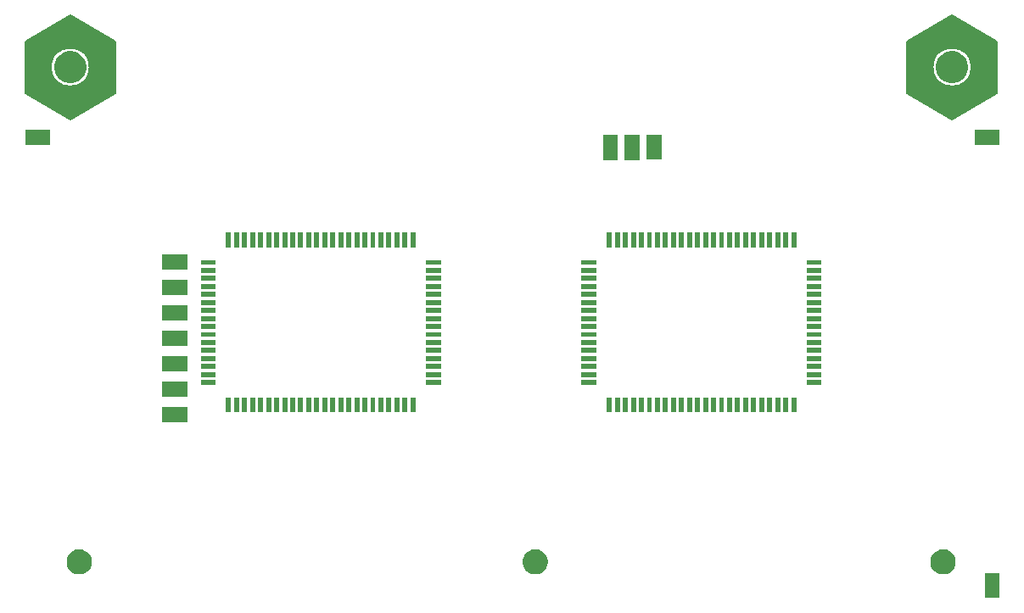
<source format=gbr>
G04 #@! TF.GenerationSoftware,KiCad,Pcbnew,5.0.2-bee76a0~70~ubuntu18.04.1*
G04 #@! TF.CreationDate,2019-04-15T15:13:08+02:00*
G04 #@! TF.ProjectId,ModulAdapter,4d6f6475-6c41-4646-9170-7465722e6b69,rev?*
G04 #@! TF.SameCoordinates,Original*
G04 #@! TF.FileFunction,Soldermask,Bot*
G04 #@! TF.FilePolarity,Negative*
%FSLAX46Y46*%
G04 Gerber Fmt 4.6, Leading zero omitted, Abs format (unit mm)*
G04 Created by KiCad (PCBNEW 5.0.2-bee76a0~70~ubuntu18.04.1) date Mo 15 Apr 2019 15:13:08 CEST*
%MOMM*%
%LPD*%
G01*
G04 APERTURE LIST*
%ADD10C,2.250000*%
%ADD11C,0.150000*%
%ADD12C,1.000000*%
%ADD13C,0.100000*%
G04 APERTURE END LIST*
D10*
G04 #@! TO.C,P14*
X146982767Y-74000000D02*
G75*
G03X146982767Y-74000000I-2982767J0D01*
G01*
D11*
X139500000Y-71402000D02*
X139500000Y-76598000D01*
X148500000Y-71402000D02*
X148500000Y-76598000D01*
X144000000Y-68804000D02*
X148500000Y-71402000D01*
X139500000Y-71402000D02*
X144000000Y-68804000D01*
X144000000Y-79196000D02*
X139500000Y-76598000D01*
X148500000Y-76598000D02*
X144000000Y-79196000D01*
D12*
X140000000Y-71700000D02*
X144000000Y-69400000D01*
X140000000Y-76300000D02*
X140000000Y-71700000D01*
X144000000Y-78600000D02*
X140000000Y-76300000D01*
X148000000Y-76300000D02*
X144000000Y-78600000D01*
X148000000Y-71700000D02*
X148000000Y-76300000D01*
X144000000Y-69400000D02*
X148000000Y-71700000D01*
D10*
G04 #@! TO.C,P13*
X58982767Y-74000000D02*
G75*
G03X58982767Y-74000000I-2982767J0D01*
G01*
D11*
X51500000Y-71402000D02*
X51500000Y-76598000D01*
X60500000Y-71402000D02*
X60500000Y-76598000D01*
X56000000Y-68804000D02*
X60500000Y-71402000D01*
X51500000Y-71402000D02*
X56000000Y-68804000D01*
X56000000Y-79196000D02*
X51500000Y-76598000D01*
X60500000Y-76598000D02*
X56000000Y-79196000D01*
D12*
X52000000Y-71700000D02*
X56000000Y-69400000D01*
X52000000Y-76300000D02*
X52000000Y-71700000D01*
X56000000Y-78600000D02*
X52000000Y-76300000D01*
X60000000Y-76300000D02*
X56000000Y-78600000D01*
X60000000Y-71700000D02*
X60000000Y-76300000D01*
X56000000Y-69400000D02*
X60000000Y-71700000D01*
D13*
G36*
X148750570Y-127000570D02*
X147249430Y-127000570D01*
X147249430Y-124500000D01*
X148750570Y-124500000D01*
X148750570Y-127000570D01*
X148750570Y-127000570D01*
G37*
G36*
X143464612Y-122198037D02*
X143692096Y-122292264D01*
X143896831Y-122429064D01*
X144070936Y-122603169D01*
X144207736Y-122807904D01*
X144301963Y-123035388D01*
X144350000Y-123276885D01*
X144350000Y-123523115D01*
X144301963Y-123764612D01*
X144207736Y-123992096D01*
X144070936Y-124196831D01*
X143896831Y-124370936D01*
X143692096Y-124507736D01*
X143464612Y-124601963D01*
X143223115Y-124650000D01*
X142976885Y-124650000D01*
X142735388Y-124601963D01*
X142507904Y-124507736D01*
X142303169Y-124370936D01*
X142129064Y-124196831D01*
X141992264Y-123992096D01*
X141898037Y-123764612D01*
X141850000Y-123523115D01*
X141850000Y-123276885D01*
X141898037Y-123035388D01*
X141992264Y-122807904D01*
X142129064Y-122603169D01*
X142303169Y-122429064D01*
X142507904Y-122292264D01*
X142735388Y-122198037D01*
X142976885Y-122150000D01*
X143223115Y-122150000D01*
X143464612Y-122198037D01*
X143464612Y-122198037D01*
G37*
G36*
X57264612Y-122198037D02*
X57492096Y-122292264D01*
X57696831Y-122429064D01*
X57870936Y-122603169D01*
X58007736Y-122807904D01*
X58101963Y-123035388D01*
X58150000Y-123276885D01*
X58150000Y-123523115D01*
X58101963Y-123764612D01*
X58007736Y-123992096D01*
X57870936Y-124196831D01*
X57696831Y-124370936D01*
X57492096Y-124507736D01*
X57264612Y-124601963D01*
X57023115Y-124650000D01*
X56776885Y-124650000D01*
X56535388Y-124601963D01*
X56307904Y-124507736D01*
X56103169Y-124370936D01*
X55929064Y-124196831D01*
X55792264Y-123992096D01*
X55698037Y-123764612D01*
X55650000Y-123523115D01*
X55650000Y-123276885D01*
X55698037Y-123035388D01*
X55792264Y-122807904D01*
X55929064Y-122603169D01*
X56103169Y-122429064D01*
X56307904Y-122292264D01*
X56535388Y-122198037D01*
X56776885Y-122150000D01*
X57023115Y-122150000D01*
X57264612Y-122198037D01*
X57264612Y-122198037D01*
G37*
G36*
X102764612Y-122198037D02*
X102992096Y-122292264D01*
X103196831Y-122429064D01*
X103370936Y-122603169D01*
X103507736Y-122807904D01*
X103601963Y-123035388D01*
X103650000Y-123276885D01*
X103650000Y-123523115D01*
X103601963Y-123764612D01*
X103507736Y-123992096D01*
X103370936Y-124196831D01*
X103196831Y-124370936D01*
X102992096Y-124507736D01*
X102764612Y-124601963D01*
X102523115Y-124650000D01*
X102276885Y-124650000D01*
X102035388Y-124601963D01*
X101807904Y-124507736D01*
X101603169Y-124370936D01*
X101429064Y-124196831D01*
X101292264Y-123992096D01*
X101198037Y-123764612D01*
X101150000Y-123523115D01*
X101150000Y-123276885D01*
X101198037Y-123035388D01*
X101292264Y-122807904D01*
X101429064Y-122603169D01*
X101603169Y-122429064D01*
X101807904Y-122292264D01*
X102035388Y-122198037D01*
X102276885Y-122150000D01*
X102523115Y-122150000D01*
X102764612Y-122198037D01*
X102764612Y-122198037D01*
G37*
G36*
X67663000Y-109421570D02*
X65162430Y-109421570D01*
X65162430Y-107920430D01*
X67663000Y-107920430D01*
X67663000Y-109421570D01*
X67663000Y-109421570D01*
G37*
G36*
X111650000Y-108480000D02*
X111150000Y-108480000D01*
X111150000Y-107000000D01*
X111650000Y-107000000D01*
X111650000Y-108480000D01*
X111650000Y-108480000D01*
G37*
G36*
X84050000Y-108480000D02*
X83550000Y-108480000D01*
X83550000Y-107000000D01*
X84050000Y-107000000D01*
X84050000Y-108480000D01*
X84050000Y-108480000D01*
G37*
G36*
X110850000Y-108480000D02*
X110350000Y-108480000D01*
X110350000Y-107000000D01*
X110850000Y-107000000D01*
X110850000Y-108480000D01*
X110850000Y-108480000D01*
G37*
G36*
X110050000Y-108480000D02*
X109550000Y-108480000D01*
X109550000Y-107000000D01*
X110050000Y-107000000D01*
X110050000Y-108480000D01*
X110050000Y-108480000D01*
G37*
G36*
X116450000Y-108480000D02*
X115950000Y-108480000D01*
X115950000Y-107000000D01*
X116450000Y-107000000D01*
X116450000Y-108480000D01*
X116450000Y-108480000D01*
G37*
G36*
X117250000Y-108480000D02*
X116750000Y-108480000D01*
X116750000Y-107000000D01*
X117250000Y-107000000D01*
X117250000Y-108480000D01*
X117250000Y-108480000D01*
G37*
G36*
X118050000Y-108480000D02*
X117550000Y-108480000D01*
X117550000Y-107000000D01*
X118050000Y-107000000D01*
X118050000Y-108480000D01*
X118050000Y-108480000D01*
G37*
G36*
X118850000Y-108480000D02*
X118350000Y-108480000D01*
X118350000Y-107000000D01*
X118850000Y-107000000D01*
X118850000Y-108480000D01*
X118850000Y-108480000D01*
G37*
G36*
X119650000Y-108480000D02*
X119150000Y-108480000D01*
X119150000Y-107000000D01*
X119650000Y-107000000D01*
X119650000Y-108480000D01*
X119650000Y-108480000D01*
G37*
G36*
X120450000Y-108480000D02*
X119950000Y-108480000D01*
X119950000Y-107000000D01*
X120450000Y-107000000D01*
X120450000Y-108480000D01*
X120450000Y-108480000D01*
G37*
G36*
X90450000Y-108480000D02*
X89950000Y-108480000D01*
X89950000Y-107000000D01*
X90450000Y-107000000D01*
X90450000Y-108480000D01*
X90450000Y-108480000D01*
G37*
G36*
X89650000Y-108480000D02*
X89150000Y-108480000D01*
X89150000Y-107000000D01*
X89650000Y-107000000D01*
X89650000Y-108480000D01*
X89650000Y-108480000D01*
G37*
G36*
X113250000Y-108480000D02*
X112750000Y-108480000D01*
X112750000Y-107000000D01*
X113250000Y-107000000D01*
X113250000Y-108480000D01*
X113250000Y-108480000D01*
G37*
G36*
X88050000Y-108480000D02*
X87550000Y-108480000D01*
X87550000Y-107000000D01*
X88050000Y-107000000D01*
X88050000Y-108480000D01*
X88050000Y-108480000D01*
G37*
G36*
X87250000Y-108480000D02*
X86750000Y-108480000D01*
X86750000Y-107000000D01*
X87250000Y-107000000D01*
X87250000Y-108480000D01*
X87250000Y-108480000D01*
G37*
G36*
X86450000Y-108480000D02*
X85950000Y-108480000D01*
X85950000Y-107000000D01*
X86450000Y-107000000D01*
X86450000Y-108480000D01*
X86450000Y-108480000D01*
G37*
G36*
X85650000Y-108480000D02*
X85150000Y-108480000D01*
X85150000Y-107000000D01*
X85650000Y-107000000D01*
X85650000Y-108480000D01*
X85650000Y-108480000D01*
G37*
G36*
X84850000Y-108480000D02*
X84350000Y-108480000D01*
X84350000Y-107000000D01*
X84850000Y-107000000D01*
X84850000Y-108480000D01*
X84850000Y-108480000D01*
G37*
G36*
X83250000Y-108480000D02*
X82750000Y-108480000D01*
X82750000Y-107000000D01*
X83250000Y-107000000D01*
X83250000Y-108480000D01*
X83250000Y-108480000D01*
G37*
G36*
X82450000Y-108480000D02*
X81950000Y-108480000D01*
X81950000Y-107000000D01*
X82450000Y-107000000D01*
X82450000Y-108480000D01*
X82450000Y-108480000D01*
G37*
G36*
X81650000Y-108480000D02*
X81150000Y-108480000D01*
X81150000Y-107000000D01*
X81650000Y-107000000D01*
X81650000Y-108480000D01*
X81650000Y-108480000D01*
G37*
G36*
X80850000Y-108480000D02*
X80350000Y-108480000D01*
X80350000Y-107000000D01*
X80850000Y-107000000D01*
X80850000Y-108480000D01*
X80850000Y-108480000D01*
G37*
G36*
X80050000Y-108480000D02*
X79550000Y-108480000D01*
X79550000Y-107000000D01*
X80050000Y-107000000D01*
X80050000Y-108480000D01*
X80050000Y-108480000D01*
G37*
G36*
X79250000Y-108480000D02*
X78750000Y-108480000D01*
X78750000Y-107000000D01*
X79250000Y-107000000D01*
X79250000Y-108480000D01*
X79250000Y-108480000D01*
G37*
G36*
X72050000Y-108480000D02*
X71550000Y-108480000D01*
X71550000Y-107000000D01*
X72050000Y-107000000D01*
X72050000Y-108480000D01*
X72050000Y-108480000D01*
G37*
G36*
X112450000Y-108480000D02*
X111950000Y-108480000D01*
X111950000Y-107000000D01*
X112450000Y-107000000D01*
X112450000Y-108480000D01*
X112450000Y-108480000D01*
G37*
G36*
X125250000Y-108480000D02*
X124750000Y-108480000D01*
X124750000Y-107000000D01*
X125250000Y-107000000D01*
X125250000Y-108480000D01*
X125250000Y-108480000D01*
G37*
G36*
X77650000Y-108480000D02*
X77150000Y-108480000D01*
X77150000Y-107000000D01*
X77650000Y-107000000D01*
X77650000Y-108480000D01*
X77650000Y-108480000D01*
G37*
G36*
X76850000Y-108480000D02*
X76350000Y-108480000D01*
X76350000Y-107000000D01*
X76850000Y-107000000D01*
X76850000Y-108480000D01*
X76850000Y-108480000D01*
G37*
G36*
X76050000Y-108480000D02*
X75550000Y-108480000D01*
X75550000Y-107000000D01*
X76050000Y-107000000D01*
X76050000Y-108480000D01*
X76050000Y-108480000D01*
G37*
G36*
X75250000Y-108480000D02*
X74750000Y-108480000D01*
X74750000Y-107000000D01*
X75250000Y-107000000D01*
X75250000Y-108480000D01*
X75250000Y-108480000D01*
G37*
G36*
X74450000Y-108480000D02*
X73950000Y-108480000D01*
X73950000Y-107000000D01*
X74450000Y-107000000D01*
X74450000Y-108480000D01*
X74450000Y-108480000D01*
G37*
G36*
X73650000Y-108480000D02*
X73150000Y-108480000D01*
X73150000Y-107000000D01*
X73650000Y-107000000D01*
X73650000Y-108480000D01*
X73650000Y-108480000D01*
G37*
G36*
X72850000Y-108480000D02*
X72350000Y-108480000D01*
X72350000Y-107000000D01*
X72850000Y-107000000D01*
X72850000Y-108480000D01*
X72850000Y-108480000D01*
G37*
G36*
X121250000Y-108480000D02*
X120750000Y-108480000D01*
X120750000Y-107000000D01*
X121250000Y-107000000D01*
X121250000Y-108480000D01*
X121250000Y-108480000D01*
G37*
G36*
X122050000Y-108480000D02*
X121550000Y-108480000D01*
X121550000Y-107000000D01*
X122050000Y-107000000D01*
X122050000Y-108480000D01*
X122050000Y-108480000D01*
G37*
G36*
X114050000Y-108480000D02*
X113550000Y-108480000D01*
X113550000Y-107000000D01*
X114050000Y-107000000D01*
X114050000Y-108480000D01*
X114050000Y-108480000D01*
G37*
G36*
X88850000Y-108480000D02*
X88350000Y-108480000D01*
X88350000Y-107000000D01*
X88850000Y-107000000D01*
X88850000Y-108480000D01*
X88850000Y-108480000D01*
G37*
G36*
X115650000Y-108480000D02*
X115150000Y-108480000D01*
X115150000Y-107000000D01*
X115650000Y-107000000D01*
X115650000Y-108480000D01*
X115650000Y-108480000D01*
G37*
G36*
X114850000Y-108480000D02*
X114350000Y-108480000D01*
X114350000Y-107000000D01*
X114850000Y-107000000D01*
X114850000Y-108480000D01*
X114850000Y-108480000D01*
G37*
G36*
X122850000Y-108480000D02*
X122350000Y-108480000D01*
X122350000Y-107000000D01*
X122850000Y-107000000D01*
X122850000Y-108480000D01*
X122850000Y-108480000D01*
G37*
G36*
X128450000Y-108480000D02*
X127950000Y-108480000D01*
X127950000Y-107000000D01*
X128450000Y-107000000D01*
X128450000Y-108480000D01*
X128450000Y-108480000D01*
G37*
G36*
X127650000Y-108480000D02*
X127150000Y-108480000D01*
X127150000Y-107000000D01*
X127650000Y-107000000D01*
X127650000Y-108480000D01*
X127650000Y-108480000D01*
G37*
G36*
X126850000Y-108480000D02*
X126350000Y-108480000D01*
X126350000Y-107000000D01*
X126850000Y-107000000D01*
X126850000Y-108480000D01*
X126850000Y-108480000D01*
G37*
G36*
X126050000Y-108480000D02*
X125550000Y-108480000D01*
X125550000Y-107000000D01*
X126050000Y-107000000D01*
X126050000Y-108480000D01*
X126050000Y-108480000D01*
G37*
G36*
X78450000Y-108480000D02*
X77950000Y-108480000D01*
X77950000Y-107000000D01*
X78450000Y-107000000D01*
X78450000Y-108480000D01*
X78450000Y-108480000D01*
G37*
G36*
X124450000Y-108480000D02*
X123950000Y-108480000D01*
X123950000Y-107000000D01*
X124450000Y-107000000D01*
X124450000Y-108480000D01*
X124450000Y-108480000D01*
G37*
G36*
X123650000Y-108480000D02*
X123150000Y-108480000D01*
X123150000Y-107000000D01*
X123650000Y-107000000D01*
X123650000Y-108480000D01*
X123650000Y-108480000D01*
G37*
G36*
X67663000Y-106881570D02*
X65162430Y-106881570D01*
X65162430Y-105380430D01*
X67663000Y-105380430D01*
X67663000Y-106881570D01*
X67663000Y-106881570D01*
G37*
G36*
X92980000Y-105750000D02*
X91500000Y-105750000D01*
X91500000Y-105250000D01*
X92980000Y-105250000D01*
X92980000Y-105750000D01*
X92980000Y-105750000D01*
G37*
G36*
X108500000Y-105750000D02*
X107020000Y-105750000D01*
X107020000Y-105250000D01*
X108500000Y-105250000D01*
X108500000Y-105750000D01*
X108500000Y-105750000D01*
G37*
G36*
X70500000Y-105750000D02*
X69020000Y-105750000D01*
X69020000Y-105250000D01*
X70500000Y-105250000D01*
X70500000Y-105750000D01*
X70500000Y-105750000D01*
G37*
G36*
X130980000Y-105750000D02*
X129500000Y-105750000D01*
X129500000Y-105250000D01*
X130980000Y-105250000D01*
X130980000Y-105750000D01*
X130980000Y-105750000D01*
G37*
G36*
X108500000Y-104950000D02*
X107020000Y-104950000D01*
X107020000Y-104450000D01*
X108500000Y-104450000D01*
X108500000Y-104950000D01*
X108500000Y-104950000D01*
G37*
G36*
X92980000Y-104950000D02*
X91500000Y-104950000D01*
X91500000Y-104450000D01*
X92980000Y-104450000D01*
X92980000Y-104950000D01*
X92980000Y-104950000D01*
G37*
G36*
X70500000Y-104950000D02*
X69020000Y-104950000D01*
X69020000Y-104450000D01*
X70500000Y-104450000D01*
X70500000Y-104950000D01*
X70500000Y-104950000D01*
G37*
G36*
X130980000Y-104950000D02*
X129500000Y-104950000D01*
X129500000Y-104450000D01*
X130980000Y-104450000D01*
X130980000Y-104950000D01*
X130980000Y-104950000D01*
G37*
G36*
X67663000Y-104341570D02*
X65162430Y-104341570D01*
X65162430Y-102840430D01*
X67663000Y-102840430D01*
X67663000Y-104341570D01*
X67663000Y-104341570D01*
G37*
G36*
X130980000Y-104150000D02*
X129500000Y-104150000D01*
X129500000Y-103650000D01*
X130980000Y-103650000D01*
X130980000Y-104150000D01*
X130980000Y-104150000D01*
G37*
G36*
X92980000Y-104150000D02*
X91500000Y-104150000D01*
X91500000Y-103650000D01*
X92980000Y-103650000D01*
X92980000Y-104150000D01*
X92980000Y-104150000D01*
G37*
G36*
X108500000Y-104150000D02*
X107020000Y-104150000D01*
X107020000Y-103650000D01*
X108500000Y-103650000D01*
X108500000Y-104150000D01*
X108500000Y-104150000D01*
G37*
G36*
X70500000Y-104150000D02*
X69020000Y-104150000D01*
X69020000Y-103650000D01*
X70500000Y-103650000D01*
X70500000Y-104150000D01*
X70500000Y-104150000D01*
G37*
G36*
X108500000Y-103350000D02*
X107020000Y-103350000D01*
X107020000Y-102850000D01*
X108500000Y-102850000D01*
X108500000Y-103350000D01*
X108500000Y-103350000D01*
G37*
G36*
X92980000Y-103350000D02*
X91500000Y-103350000D01*
X91500000Y-102850000D01*
X92980000Y-102850000D01*
X92980000Y-103350000D01*
X92980000Y-103350000D01*
G37*
G36*
X70500000Y-103350000D02*
X69020000Y-103350000D01*
X69020000Y-102850000D01*
X70500000Y-102850000D01*
X70500000Y-103350000D01*
X70500000Y-103350000D01*
G37*
G36*
X130980000Y-103350000D02*
X129500000Y-103350000D01*
X129500000Y-102850000D01*
X130980000Y-102850000D01*
X130980000Y-103350000D01*
X130980000Y-103350000D01*
G37*
G36*
X92980000Y-102550000D02*
X91500000Y-102550000D01*
X91500000Y-102050000D01*
X92980000Y-102050000D01*
X92980000Y-102550000D01*
X92980000Y-102550000D01*
G37*
G36*
X108500000Y-102550000D02*
X107020000Y-102550000D01*
X107020000Y-102050000D01*
X108500000Y-102050000D01*
X108500000Y-102550000D01*
X108500000Y-102550000D01*
G37*
G36*
X130980000Y-102550000D02*
X129500000Y-102550000D01*
X129500000Y-102050000D01*
X130980000Y-102050000D01*
X130980000Y-102550000D01*
X130980000Y-102550000D01*
G37*
G36*
X70500000Y-102550000D02*
X69020000Y-102550000D01*
X69020000Y-102050000D01*
X70500000Y-102050000D01*
X70500000Y-102550000D01*
X70500000Y-102550000D01*
G37*
G36*
X67663000Y-101801570D02*
X65162430Y-101801570D01*
X65162430Y-100300430D01*
X67663000Y-100300430D01*
X67663000Y-101801570D01*
X67663000Y-101801570D01*
G37*
G36*
X130980000Y-101750000D02*
X129500000Y-101750000D01*
X129500000Y-101250000D01*
X130980000Y-101250000D01*
X130980000Y-101750000D01*
X130980000Y-101750000D01*
G37*
G36*
X70500000Y-101750000D02*
X69020000Y-101750000D01*
X69020000Y-101250000D01*
X70500000Y-101250000D01*
X70500000Y-101750000D01*
X70500000Y-101750000D01*
G37*
G36*
X108500000Y-101750000D02*
X107020000Y-101750000D01*
X107020000Y-101250000D01*
X108500000Y-101250000D01*
X108500000Y-101750000D01*
X108500000Y-101750000D01*
G37*
G36*
X92980000Y-101750000D02*
X91500000Y-101750000D01*
X91500000Y-101250000D01*
X92980000Y-101250000D01*
X92980000Y-101750000D01*
X92980000Y-101750000D01*
G37*
G36*
X92980000Y-100950000D02*
X91500000Y-100950000D01*
X91500000Y-100450000D01*
X92980000Y-100450000D01*
X92980000Y-100950000D01*
X92980000Y-100950000D01*
G37*
G36*
X130980000Y-100950000D02*
X129500000Y-100950000D01*
X129500000Y-100450000D01*
X130980000Y-100450000D01*
X130980000Y-100950000D01*
X130980000Y-100950000D01*
G37*
G36*
X108500000Y-100950000D02*
X107020000Y-100950000D01*
X107020000Y-100450000D01*
X108500000Y-100450000D01*
X108500000Y-100950000D01*
X108500000Y-100950000D01*
G37*
G36*
X70500000Y-100950000D02*
X69020000Y-100950000D01*
X69020000Y-100450000D01*
X70500000Y-100450000D01*
X70500000Y-100950000D01*
X70500000Y-100950000D01*
G37*
G36*
X130980000Y-100150000D02*
X129500000Y-100150000D01*
X129500000Y-99650000D01*
X130980000Y-99650000D01*
X130980000Y-100150000D01*
X130980000Y-100150000D01*
G37*
G36*
X70500000Y-100150000D02*
X69020000Y-100150000D01*
X69020000Y-99650000D01*
X70500000Y-99650000D01*
X70500000Y-100150000D01*
X70500000Y-100150000D01*
G37*
G36*
X108500000Y-100150000D02*
X107020000Y-100150000D01*
X107020000Y-99650000D01*
X108500000Y-99650000D01*
X108500000Y-100150000D01*
X108500000Y-100150000D01*
G37*
G36*
X92980000Y-100150000D02*
X91500000Y-100150000D01*
X91500000Y-99650000D01*
X92980000Y-99650000D01*
X92980000Y-100150000D01*
X92980000Y-100150000D01*
G37*
G36*
X70500000Y-99350000D02*
X69020000Y-99350000D01*
X69020000Y-98850000D01*
X70500000Y-98850000D01*
X70500000Y-99350000D01*
X70500000Y-99350000D01*
G37*
G36*
X108500000Y-99350000D02*
X107020000Y-99350000D01*
X107020000Y-98850000D01*
X108500000Y-98850000D01*
X108500000Y-99350000D01*
X108500000Y-99350000D01*
G37*
G36*
X92980000Y-99350000D02*
X91500000Y-99350000D01*
X91500000Y-98850000D01*
X92980000Y-98850000D01*
X92980000Y-99350000D01*
X92980000Y-99350000D01*
G37*
G36*
X130980000Y-99350000D02*
X129500000Y-99350000D01*
X129500000Y-98850000D01*
X130980000Y-98850000D01*
X130980000Y-99350000D01*
X130980000Y-99350000D01*
G37*
G36*
X67663000Y-99261570D02*
X65162430Y-99261570D01*
X65162430Y-97760430D01*
X67663000Y-97760430D01*
X67663000Y-99261570D01*
X67663000Y-99261570D01*
G37*
G36*
X108500000Y-98550000D02*
X107020000Y-98550000D01*
X107020000Y-98050000D01*
X108500000Y-98050000D01*
X108500000Y-98550000D01*
X108500000Y-98550000D01*
G37*
G36*
X70500000Y-98550000D02*
X69020000Y-98550000D01*
X69020000Y-98050000D01*
X70500000Y-98050000D01*
X70500000Y-98550000D01*
X70500000Y-98550000D01*
G37*
G36*
X92980000Y-98550000D02*
X91500000Y-98550000D01*
X91500000Y-98050000D01*
X92980000Y-98050000D01*
X92980000Y-98550000D01*
X92980000Y-98550000D01*
G37*
G36*
X130980000Y-98550000D02*
X129500000Y-98550000D01*
X129500000Y-98050000D01*
X130980000Y-98050000D01*
X130980000Y-98550000D01*
X130980000Y-98550000D01*
G37*
G36*
X92980000Y-97750000D02*
X91500000Y-97750000D01*
X91500000Y-97250000D01*
X92980000Y-97250000D01*
X92980000Y-97750000D01*
X92980000Y-97750000D01*
G37*
G36*
X70500000Y-97750000D02*
X69020000Y-97750000D01*
X69020000Y-97250000D01*
X70500000Y-97250000D01*
X70500000Y-97750000D01*
X70500000Y-97750000D01*
G37*
G36*
X108500000Y-97750000D02*
X107020000Y-97750000D01*
X107020000Y-97250000D01*
X108500000Y-97250000D01*
X108500000Y-97750000D01*
X108500000Y-97750000D01*
G37*
G36*
X130980000Y-97750000D02*
X129500000Y-97750000D01*
X129500000Y-97250000D01*
X130980000Y-97250000D01*
X130980000Y-97750000D01*
X130980000Y-97750000D01*
G37*
G36*
X70500000Y-96950000D02*
X69020000Y-96950000D01*
X69020000Y-96450000D01*
X70500000Y-96450000D01*
X70500000Y-96950000D01*
X70500000Y-96950000D01*
G37*
G36*
X130980000Y-96950000D02*
X129500000Y-96950000D01*
X129500000Y-96450000D01*
X130980000Y-96450000D01*
X130980000Y-96950000D01*
X130980000Y-96950000D01*
G37*
G36*
X108500000Y-96950000D02*
X107020000Y-96950000D01*
X107020000Y-96450000D01*
X108500000Y-96450000D01*
X108500000Y-96950000D01*
X108500000Y-96950000D01*
G37*
G36*
X92980000Y-96950000D02*
X91500000Y-96950000D01*
X91500000Y-96450000D01*
X92980000Y-96450000D01*
X92980000Y-96950000D01*
X92980000Y-96950000D01*
G37*
G36*
X67663000Y-96721570D02*
X65162430Y-96721570D01*
X65162430Y-95220430D01*
X67663000Y-95220430D01*
X67663000Y-96721570D01*
X67663000Y-96721570D01*
G37*
G36*
X92980000Y-96150000D02*
X91500000Y-96150000D01*
X91500000Y-95650000D01*
X92980000Y-95650000D01*
X92980000Y-96150000D01*
X92980000Y-96150000D01*
G37*
G36*
X70500000Y-96150000D02*
X69020000Y-96150000D01*
X69020000Y-95650000D01*
X70500000Y-95650000D01*
X70500000Y-96150000D01*
X70500000Y-96150000D01*
G37*
G36*
X130980000Y-96150000D02*
X129500000Y-96150000D01*
X129500000Y-95650000D01*
X130980000Y-95650000D01*
X130980000Y-96150000D01*
X130980000Y-96150000D01*
G37*
G36*
X108500000Y-96150000D02*
X107020000Y-96150000D01*
X107020000Y-95650000D01*
X108500000Y-95650000D01*
X108500000Y-96150000D01*
X108500000Y-96150000D01*
G37*
G36*
X108500000Y-95350000D02*
X107020000Y-95350000D01*
X107020000Y-94850000D01*
X108500000Y-94850000D01*
X108500000Y-95350000D01*
X108500000Y-95350000D01*
G37*
G36*
X130980000Y-95350000D02*
X129500000Y-95350000D01*
X129500000Y-94850000D01*
X130980000Y-94850000D01*
X130980000Y-95350000D01*
X130980000Y-95350000D01*
G37*
G36*
X92980000Y-95350000D02*
X91500000Y-95350000D01*
X91500000Y-94850000D01*
X92980000Y-94850000D01*
X92980000Y-95350000D01*
X92980000Y-95350000D01*
G37*
G36*
X70500000Y-95350000D02*
X69020000Y-95350000D01*
X69020000Y-94850000D01*
X70500000Y-94850000D01*
X70500000Y-95350000D01*
X70500000Y-95350000D01*
G37*
G36*
X70500000Y-94550000D02*
X69020000Y-94550000D01*
X69020000Y-94050000D01*
X70500000Y-94050000D01*
X70500000Y-94550000D01*
X70500000Y-94550000D01*
G37*
G36*
X92980000Y-94550000D02*
X91500000Y-94550000D01*
X91500000Y-94050000D01*
X92980000Y-94050000D01*
X92980000Y-94550000D01*
X92980000Y-94550000D01*
G37*
G36*
X108500000Y-94550000D02*
X107020000Y-94550000D01*
X107020000Y-94050000D01*
X108500000Y-94050000D01*
X108500000Y-94550000D01*
X108500000Y-94550000D01*
G37*
G36*
X130980000Y-94550000D02*
X129500000Y-94550000D01*
X129500000Y-94050000D01*
X130980000Y-94050000D01*
X130980000Y-94550000D01*
X130980000Y-94550000D01*
G37*
G36*
X67663000Y-94181570D02*
X65162430Y-94181570D01*
X65162430Y-92680430D01*
X67663000Y-92680430D01*
X67663000Y-94181570D01*
X67663000Y-94181570D01*
G37*
G36*
X92980000Y-93750000D02*
X91500000Y-93750000D01*
X91500000Y-93250000D01*
X92980000Y-93250000D01*
X92980000Y-93750000D01*
X92980000Y-93750000D01*
G37*
G36*
X108500000Y-93750000D02*
X107020000Y-93750000D01*
X107020000Y-93250000D01*
X108500000Y-93250000D01*
X108500000Y-93750000D01*
X108500000Y-93750000D01*
G37*
G36*
X130980000Y-93750000D02*
X129500000Y-93750000D01*
X129500000Y-93250000D01*
X130980000Y-93250000D01*
X130980000Y-93750000D01*
X130980000Y-93750000D01*
G37*
G36*
X70500000Y-93750000D02*
X69020000Y-93750000D01*
X69020000Y-93250000D01*
X70500000Y-93250000D01*
X70500000Y-93750000D01*
X70500000Y-93750000D01*
G37*
G36*
X112450000Y-92000000D02*
X111950000Y-92000000D01*
X111950000Y-90520000D01*
X112450000Y-90520000D01*
X112450000Y-92000000D01*
X112450000Y-92000000D01*
G37*
G36*
X113250000Y-92000000D02*
X112750000Y-92000000D01*
X112750000Y-90520000D01*
X113250000Y-90520000D01*
X113250000Y-92000000D01*
X113250000Y-92000000D01*
G37*
G36*
X114050000Y-92000000D02*
X113550000Y-92000000D01*
X113550000Y-90520000D01*
X114050000Y-90520000D01*
X114050000Y-92000000D01*
X114050000Y-92000000D01*
G37*
G36*
X114850000Y-92000000D02*
X114350000Y-92000000D01*
X114350000Y-90520000D01*
X114850000Y-90520000D01*
X114850000Y-92000000D01*
X114850000Y-92000000D01*
G37*
G36*
X115650000Y-92000000D02*
X115150000Y-92000000D01*
X115150000Y-90520000D01*
X115650000Y-90520000D01*
X115650000Y-92000000D01*
X115650000Y-92000000D01*
G37*
G36*
X116450000Y-92000000D02*
X115950000Y-92000000D01*
X115950000Y-90520000D01*
X116450000Y-90520000D01*
X116450000Y-92000000D01*
X116450000Y-92000000D01*
G37*
G36*
X117250000Y-92000000D02*
X116750000Y-92000000D01*
X116750000Y-90520000D01*
X117250000Y-90520000D01*
X117250000Y-92000000D01*
X117250000Y-92000000D01*
G37*
G36*
X118050000Y-92000000D02*
X117550000Y-92000000D01*
X117550000Y-90520000D01*
X118050000Y-90520000D01*
X118050000Y-92000000D01*
X118050000Y-92000000D01*
G37*
G36*
X111650000Y-92000000D02*
X111150000Y-92000000D01*
X111150000Y-90520000D01*
X111650000Y-90520000D01*
X111650000Y-92000000D01*
X111650000Y-92000000D01*
G37*
G36*
X119650000Y-92000000D02*
X119150000Y-92000000D01*
X119150000Y-90520000D01*
X119650000Y-90520000D01*
X119650000Y-92000000D01*
X119650000Y-92000000D01*
G37*
G36*
X120450000Y-92000000D02*
X119950000Y-92000000D01*
X119950000Y-90520000D01*
X120450000Y-90520000D01*
X120450000Y-92000000D01*
X120450000Y-92000000D01*
G37*
G36*
X121250000Y-92000000D02*
X120750000Y-92000000D01*
X120750000Y-90520000D01*
X121250000Y-90520000D01*
X121250000Y-92000000D01*
X121250000Y-92000000D01*
G37*
G36*
X77650000Y-92000000D02*
X77150000Y-92000000D01*
X77150000Y-90520000D01*
X77650000Y-90520000D01*
X77650000Y-92000000D01*
X77650000Y-92000000D01*
G37*
G36*
X122050000Y-92000000D02*
X121550000Y-92000000D01*
X121550000Y-90520000D01*
X122050000Y-90520000D01*
X122050000Y-92000000D01*
X122050000Y-92000000D01*
G37*
G36*
X122850000Y-92000000D02*
X122350000Y-92000000D01*
X122350000Y-90520000D01*
X122850000Y-90520000D01*
X122850000Y-92000000D01*
X122850000Y-92000000D01*
G37*
G36*
X123650000Y-92000000D02*
X123150000Y-92000000D01*
X123150000Y-90520000D01*
X123650000Y-90520000D01*
X123650000Y-92000000D01*
X123650000Y-92000000D01*
G37*
G36*
X124450000Y-92000000D02*
X123950000Y-92000000D01*
X123950000Y-90520000D01*
X124450000Y-90520000D01*
X124450000Y-92000000D01*
X124450000Y-92000000D01*
G37*
G36*
X125250000Y-92000000D02*
X124750000Y-92000000D01*
X124750000Y-90520000D01*
X125250000Y-90520000D01*
X125250000Y-92000000D01*
X125250000Y-92000000D01*
G37*
G36*
X127650000Y-92000000D02*
X127150000Y-92000000D01*
X127150000Y-90520000D01*
X127650000Y-90520000D01*
X127650000Y-92000000D01*
X127650000Y-92000000D01*
G37*
G36*
X110050000Y-92000000D02*
X109550000Y-92000000D01*
X109550000Y-90520000D01*
X110050000Y-90520000D01*
X110050000Y-92000000D01*
X110050000Y-92000000D01*
G37*
G36*
X110850000Y-92000000D02*
X110350000Y-92000000D01*
X110350000Y-90520000D01*
X110850000Y-90520000D01*
X110850000Y-92000000D01*
X110850000Y-92000000D01*
G37*
G36*
X126850000Y-92000000D02*
X126350000Y-92000000D01*
X126350000Y-90520000D01*
X126850000Y-90520000D01*
X126850000Y-92000000D01*
X126850000Y-92000000D01*
G37*
G36*
X126050000Y-92000000D02*
X125550000Y-92000000D01*
X125550000Y-90520000D01*
X126050000Y-90520000D01*
X126050000Y-92000000D01*
X126050000Y-92000000D01*
G37*
G36*
X128450000Y-92000000D02*
X127950000Y-92000000D01*
X127950000Y-90520000D01*
X128450000Y-90520000D01*
X128450000Y-92000000D01*
X128450000Y-92000000D01*
G37*
G36*
X89650000Y-92000000D02*
X89150000Y-92000000D01*
X89150000Y-90520000D01*
X89650000Y-90520000D01*
X89650000Y-92000000D01*
X89650000Y-92000000D01*
G37*
G36*
X85650000Y-92000000D02*
X85150000Y-92000000D01*
X85150000Y-90520000D01*
X85650000Y-90520000D01*
X85650000Y-92000000D01*
X85650000Y-92000000D01*
G37*
G36*
X84850000Y-92000000D02*
X84350000Y-92000000D01*
X84350000Y-90520000D01*
X84850000Y-90520000D01*
X84850000Y-92000000D01*
X84850000Y-92000000D01*
G37*
G36*
X90450000Y-92000000D02*
X89950000Y-92000000D01*
X89950000Y-90520000D01*
X90450000Y-90520000D01*
X90450000Y-92000000D01*
X90450000Y-92000000D01*
G37*
G36*
X84050000Y-92000000D02*
X83550000Y-92000000D01*
X83550000Y-90520000D01*
X84050000Y-90520000D01*
X84050000Y-92000000D01*
X84050000Y-92000000D01*
G37*
G36*
X83250000Y-92000000D02*
X82750000Y-92000000D01*
X82750000Y-90520000D01*
X83250000Y-90520000D01*
X83250000Y-92000000D01*
X83250000Y-92000000D01*
G37*
G36*
X82450000Y-92000000D02*
X81950000Y-92000000D01*
X81950000Y-90520000D01*
X82450000Y-90520000D01*
X82450000Y-92000000D01*
X82450000Y-92000000D01*
G37*
G36*
X81650000Y-92000000D02*
X81150000Y-92000000D01*
X81150000Y-90520000D01*
X81650000Y-90520000D01*
X81650000Y-92000000D01*
X81650000Y-92000000D01*
G37*
G36*
X80850000Y-92000000D02*
X80350000Y-92000000D01*
X80350000Y-90520000D01*
X80850000Y-90520000D01*
X80850000Y-92000000D01*
X80850000Y-92000000D01*
G37*
G36*
X80050000Y-92000000D02*
X79550000Y-92000000D01*
X79550000Y-90520000D01*
X80050000Y-90520000D01*
X80050000Y-92000000D01*
X80050000Y-92000000D01*
G37*
G36*
X79250000Y-92000000D02*
X78750000Y-92000000D01*
X78750000Y-90520000D01*
X79250000Y-90520000D01*
X79250000Y-92000000D01*
X79250000Y-92000000D01*
G37*
G36*
X78450000Y-92000000D02*
X77950000Y-92000000D01*
X77950000Y-90520000D01*
X78450000Y-90520000D01*
X78450000Y-92000000D01*
X78450000Y-92000000D01*
G37*
G36*
X76050000Y-92000000D02*
X75550000Y-92000000D01*
X75550000Y-90520000D01*
X76050000Y-90520000D01*
X76050000Y-92000000D01*
X76050000Y-92000000D01*
G37*
G36*
X118850000Y-92000000D02*
X118350000Y-92000000D01*
X118350000Y-90520000D01*
X118850000Y-90520000D01*
X118850000Y-92000000D01*
X118850000Y-92000000D01*
G37*
G36*
X88850000Y-92000000D02*
X88350000Y-92000000D01*
X88350000Y-90520000D01*
X88850000Y-90520000D01*
X88850000Y-92000000D01*
X88850000Y-92000000D01*
G37*
G36*
X88050000Y-92000000D02*
X87550000Y-92000000D01*
X87550000Y-90520000D01*
X88050000Y-90520000D01*
X88050000Y-92000000D01*
X88050000Y-92000000D01*
G37*
G36*
X87250000Y-92000000D02*
X86750000Y-92000000D01*
X86750000Y-90520000D01*
X87250000Y-90520000D01*
X87250000Y-92000000D01*
X87250000Y-92000000D01*
G37*
G36*
X86450000Y-92000000D02*
X85950000Y-92000000D01*
X85950000Y-90520000D01*
X86450000Y-90520000D01*
X86450000Y-92000000D01*
X86450000Y-92000000D01*
G37*
G36*
X72050000Y-92000000D02*
X71550000Y-92000000D01*
X71550000Y-90520000D01*
X72050000Y-90520000D01*
X72050000Y-92000000D01*
X72050000Y-92000000D01*
G37*
G36*
X72850000Y-92000000D02*
X72350000Y-92000000D01*
X72350000Y-90520000D01*
X72850000Y-90520000D01*
X72850000Y-92000000D01*
X72850000Y-92000000D01*
G37*
G36*
X73650000Y-92000000D02*
X73150000Y-92000000D01*
X73150000Y-90520000D01*
X73650000Y-90520000D01*
X73650000Y-92000000D01*
X73650000Y-92000000D01*
G37*
G36*
X74450000Y-92000000D02*
X73950000Y-92000000D01*
X73950000Y-90520000D01*
X74450000Y-90520000D01*
X74450000Y-92000000D01*
X74450000Y-92000000D01*
G37*
G36*
X75250000Y-92000000D02*
X74750000Y-92000000D01*
X74750000Y-90520000D01*
X75250000Y-90520000D01*
X75250000Y-92000000D01*
X75250000Y-92000000D01*
G37*
G36*
X76850000Y-92000000D02*
X76350000Y-92000000D01*
X76350000Y-90520000D01*
X76850000Y-90520000D01*
X76850000Y-92000000D01*
X76850000Y-92000000D01*
G37*
G36*
X110656570Y-83271500D02*
X109155430Y-83271500D01*
X109155430Y-80770930D01*
X110656570Y-80770930D01*
X110656570Y-83271500D01*
X110656570Y-83271500D01*
G37*
G36*
X112815570Y-83271500D02*
X111314430Y-83271500D01*
X111314430Y-80770930D01*
X112815570Y-80770930D01*
X112815570Y-83271500D01*
X112815570Y-83271500D01*
G37*
G36*
X115000570Y-83250000D02*
X113499430Y-83250000D01*
X113499430Y-80749430D01*
X115000570Y-80749430D01*
X115000570Y-83250000D01*
X115000570Y-83250000D01*
G37*
G36*
X148740000Y-81750570D02*
X146239430Y-81750570D01*
X146239430Y-80249430D01*
X148740000Y-80249430D01*
X148740000Y-81750570D01*
X148740000Y-81750570D01*
G37*
G36*
X54000570Y-81750570D02*
X51500000Y-81750570D01*
X51500000Y-80249430D01*
X54000570Y-80249430D01*
X54000570Y-81750570D01*
X54000570Y-81750570D01*
G37*
G36*
X56466703Y-72461486D02*
X56757883Y-72582097D01*
X57019944Y-72757201D01*
X57242799Y-72980056D01*
X57417903Y-73242117D01*
X57538514Y-73533297D01*
X57600000Y-73842412D01*
X57600000Y-74157588D01*
X57538514Y-74466703D01*
X57417903Y-74757883D01*
X57242799Y-75019944D01*
X57019944Y-75242799D01*
X56757883Y-75417903D01*
X56466703Y-75538514D01*
X56157588Y-75600000D01*
X55842412Y-75600000D01*
X55533297Y-75538514D01*
X55242117Y-75417903D01*
X54980056Y-75242799D01*
X54757201Y-75019944D01*
X54582097Y-74757883D01*
X54461486Y-74466703D01*
X54400000Y-74157588D01*
X54400000Y-73842412D01*
X54461486Y-73533297D01*
X54582097Y-73242117D01*
X54757201Y-72980056D01*
X54980056Y-72757201D01*
X55242117Y-72582097D01*
X55533297Y-72461486D01*
X55842412Y-72400000D01*
X56157588Y-72400000D01*
X56466703Y-72461486D01*
X56466703Y-72461486D01*
G37*
G36*
X144466703Y-72461486D02*
X144757883Y-72582097D01*
X145019944Y-72757201D01*
X145242799Y-72980056D01*
X145417903Y-73242117D01*
X145538514Y-73533297D01*
X145600000Y-73842412D01*
X145600000Y-74157588D01*
X145538514Y-74466703D01*
X145417903Y-74757883D01*
X145242799Y-75019944D01*
X145019944Y-75242799D01*
X144757883Y-75417903D01*
X144466703Y-75538514D01*
X144157588Y-75600000D01*
X143842412Y-75600000D01*
X143533297Y-75538514D01*
X143242117Y-75417903D01*
X142980056Y-75242799D01*
X142757201Y-75019944D01*
X142582097Y-74757883D01*
X142461486Y-74466703D01*
X142400000Y-74157588D01*
X142400000Y-73842412D01*
X142461486Y-73533297D01*
X142582097Y-73242117D01*
X142757201Y-72980056D01*
X142980056Y-72757201D01*
X143242117Y-72582097D01*
X143533297Y-72461486D01*
X143842412Y-72400000D01*
X144157588Y-72400000D01*
X144466703Y-72461486D01*
X144466703Y-72461486D01*
G37*
M02*

</source>
